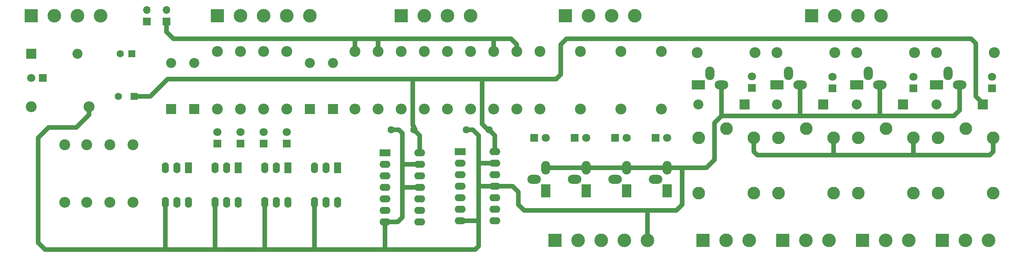
<source format=gbr>
G04 #@! TF.FileFunction,Copper,L1,Top,Signal*
%FSLAX46Y46*%
G04 Gerber Fmt 4.6, Leading zero omitted, Abs format (unit mm)*
G04 Created by KiCad (PCBNEW 4.0.5+dfsg1-4) date Sat Mar 27 15:32:13 2021*
%MOMM*%
%LPD*%
G01*
G04 APERTURE LIST*
%ADD10C,0.100000*%
%ADD11C,1.600000*%
%ADD12R,1.600000X1.600000*%
%ADD13R,2.200000X2.200000*%
%ADD14O,2.200000X2.200000*%
%ADD15R,1.800000X1.800000*%
%ADD16C,1.800000*%
%ADD17C,3.000000*%
%ADD18R,3.000000X3.000000*%
%ADD19R,1.700000X1.700000*%
%ADD20O,1.700000X1.700000*%
%ADD21C,2.800000*%
%ADD22O,2.000000X3.000000*%
%ADD23R,3.000000X2.000000*%
%ADD24O,3.000000X2.000000*%
%ADD25C,2.400000*%
%ADD26O,2.400000X2.400000*%
%ADD27R,1.600000X2.400000*%
%ADD28O,1.600000X2.400000*%
%ADD29R,2.400000X1.600000*%
%ADD30O,2.400000X1.600000*%
%ADD31R,2.000000X3.000000*%
%ADD32C,1.000000*%
G04 APERTURE END LIST*
D10*
D11*
X124714000Y-98044000D03*
X119714000Y-98044000D03*
X141224000Y-98044000D03*
X136224000Y-98044000D03*
D12*
X63246000Y-90678000D03*
D11*
X59746000Y-90678000D03*
D13*
X76454000Y-93472000D03*
D14*
X76454000Y-83312000D03*
D15*
X81534000Y-101092000D03*
D16*
X81534000Y-98552000D03*
D15*
X86614000Y-101092000D03*
D16*
X86614000Y-98552000D03*
D15*
X91694000Y-101092000D03*
D16*
X91694000Y-98552000D03*
D15*
X96774000Y-101092000D03*
D16*
X96774000Y-98552000D03*
D15*
X199009000Y-88773000D03*
D16*
X199009000Y-86233000D03*
D15*
X216662000Y-88900000D03*
D16*
X216662000Y-86360000D03*
D15*
X234442000Y-88900000D03*
D16*
X234442000Y-86360000D03*
D15*
X251714000Y-88900000D03*
D16*
X251714000Y-86360000D03*
D13*
X197358000Y-92456000D03*
D14*
X187198000Y-92456000D03*
D17*
X86614000Y-72898000D03*
X91694000Y-72898000D03*
D18*
X81534000Y-72898000D03*
D17*
X96774000Y-72898000D03*
X101854000Y-72898000D03*
X127000000Y-72898000D03*
X132080000Y-72898000D03*
D18*
X121920000Y-72898000D03*
D17*
X137160000Y-72898000D03*
X45720000Y-72898000D03*
X50800000Y-72898000D03*
D18*
X40640000Y-72898000D03*
D17*
X55880000Y-72898000D03*
X217170000Y-72898000D03*
X222250000Y-72898000D03*
D18*
X212090000Y-72898000D03*
D17*
X227330000Y-72898000D03*
X163068000Y-72898000D03*
X168148000Y-72898000D03*
D18*
X157988000Y-72898000D03*
D17*
X173228000Y-72898000D03*
D18*
X188214000Y-122428000D03*
D17*
X193294000Y-122428000D03*
X198374000Y-122428000D03*
D18*
X205740000Y-122428000D03*
D17*
X210820000Y-122428000D03*
X215900000Y-122428000D03*
D18*
X223266000Y-122428000D03*
D17*
X228346000Y-122428000D03*
X233426000Y-122428000D03*
D18*
X240792000Y-122428000D03*
D17*
X245872000Y-122428000D03*
X250952000Y-122428000D03*
X160782000Y-122428000D03*
X165862000Y-122428000D03*
D18*
X155702000Y-122428000D03*
D17*
X170942000Y-122428000D03*
X176022000Y-122428000D03*
D19*
X70358000Y-74168000D03*
D20*
X70358000Y-71628000D03*
D19*
X66040000Y-74168000D03*
D20*
X66040000Y-71628000D03*
D21*
X193421000Y-97790000D03*
X187325000Y-112014000D03*
X187325000Y-99822000D03*
X199390000Y-112014000D03*
X199390000Y-99822000D03*
X210947000Y-97790000D03*
X204851000Y-112014000D03*
X204851000Y-99822000D03*
X216916000Y-112014000D03*
X216916000Y-99822000D03*
X228473000Y-97790000D03*
X222377000Y-112014000D03*
X222377000Y-99822000D03*
X234442000Y-112014000D03*
X234442000Y-99822000D03*
X245999000Y-97790000D03*
X239903000Y-112014000D03*
X239903000Y-99822000D03*
X251968000Y-112014000D03*
X251968000Y-99822000D03*
D22*
X189738000Y-85598000D03*
D23*
X187198000Y-88138000D03*
D24*
X192278000Y-88138000D03*
D22*
X207010000Y-85598000D03*
D23*
X204470000Y-88138000D03*
D24*
X209550000Y-88138000D03*
D22*
X224536000Y-85598000D03*
D23*
X221996000Y-88138000D03*
D24*
X227076000Y-88138000D03*
D22*
X242062000Y-85598000D03*
D23*
X239522000Y-88138000D03*
D24*
X244602000Y-88138000D03*
D25*
X81534000Y-93472000D03*
D26*
X81534000Y-80772000D03*
D25*
X62992000Y-101346000D03*
D26*
X62992000Y-114046000D03*
D25*
X57912000Y-101346000D03*
D26*
X57912000Y-114046000D03*
D25*
X52832000Y-101346000D03*
D26*
X52832000Y-114046000D03*
D25*
X48006000Y-101346000D03*
D26*
X48006000Y-114046000D03*
D25*
X186944000Y-81026000D03*
D26*
X199644000Y-81026000D03*
D27*
X75184000Y-106426000D03*
D28*
X70104000Y-114046000D03*
X72644000Y-106426000D03*
X72644000Y-114046000D03*
X70104000Y-106426000D03*
X75184000Y-114046000D03*
D27*
X86106000Y-106426000D03*
D28*
X81026000Y-114046000D03*
X83566000Y-106426000D03*
X83566000Y-114046000D03*
X81026000Y-106426000D03*
X86106000Y-114046000D03*
D27*
X97028000Y-106426000D03*
D28*
X91948000Y-114046000D03*
X94488000Y-106426000D03*
X94488000Y-114046000D03*
X91948000Y-106426000D03*
X97028000Y-114046000D03*
D27*
X107950000Y-106426000D03*
D28*
X102870000Y-114046000D03*
X105410000Y-106426000D03*
X105410000Y-114046000D03*
X102870000Y-106426000D03*
X107950000Y-114046000D03*
D29*
X118364000Y-103124000D03*
D30*
X125984000Y-118364000D03*
X118364000Y-105664000D03*
X125984000Y-115824000D03*
X118364000Y-108204000D03*
X125984000Y-113284000D03*
X118364000Y-110744000D03*
X125984000Y-110744000D03*
X118364000Y-113284000D03*
X125984000Y-108204000D03*
X118364000Y-115824000D03*
X125984000Y-105664000D03*
X118364000Y-118364000D03*
X125984000Y-103124000D03*
D29*
X134874000Y-102870000D03*
D30*
X142494000Y-118110000D03*
X134874000Y-105410000D03*
X142494000Y-115570000D03*
X134874000Y-107950000D03*
X142494000Y-113030000D03*
X134874000Y-110490000D03*
X142494000Y-110490000D03*
X134874000Y-113030000D03*
X142494000Y-107950000D03*
X134874000Y-115570000D03*
X142494000Y-105410000D03*
X134874000Y-118110000D03*
X142494000Y-102870000D03*
D15*
X43180000Y-86614000D03*
D16*
X40640000Y-86614000D03*
D25*
X137160000Y-80772000D03*
D26*
X137160000Y-93472000D03*
D12*
X62738000Y-81280000D03*
D11*
X60238000Y-81280000D03*
D13*
X71374000Y-93472000D03*
D14*
X71374000Y-83312000D03*
D13*
X106934000Y-93472000D03*
D14*
X106934000Y-83312000D03*
D13*
X101854000Y-93472000D03*
D14*
X101854000Y-83312000D03*
D13*
X40640000Y-81280000D03*
D14*
X50800000Y-81280000D03*
D25*
X86614000Y-93472000D03*
D26*
X86614000Y-80772000D03*
D25*
X91694000Y-93472000D03*
D26*
X91694000Y-80772000D03*
D25*
X96774000Y-93472000D03*
D26*
X96774000Y-80772000D03*
D25*
X40640000Y-92964000D03*
D26*
X53340000Y-92964000D03*
D13*
X214630000Y-92456000D03*
D14*
X204470000Y-92456000D03*
D13*
X232156000Y-92456000D03*
D14*
X221996000Y-92456000D03*
D13*
X249682000Y-92456000D03*
D14*
X239522000Y-92456000D03*
D24*
X151130000Y-108966000D03*
D31*
X153670000Y-111506000D03*
D22*
X153670000Y-106426000D03*
D24*
X160020000Y-108966000D03*
D31*
X162560000Y-111506000D03*
D22*
X162560000Y-106426000D03*
D24*
X168910000Y-108966000D03*
D31*
X171450000Y-111506000D03*
D22*
X171450000Y-106426000D03*
D24*
X177800000Y-108966000D03*
D31*
X180340000Y-111506000D03*
D22*
X180340000Y-106426000D03*
D15*
X151130000Y-99822000D03*
D16*
X153670000Y-99822000D03*
D15*
X160020000Y-99822000D03*
D16*
X162560000Y-99822000D03*
D15*
X168910000Y-99822000D03*
D16*
X171450000Y-99822000D03*
D15*
X177800000Y-99822000D03*
D16*
X180340000Y-99822000D03*
D25*
X116840000Y-80772000D03*
D26*
X116840000Y-93472000D03*
D25*
X111760000Y-80772000D03*
D26*
X111760000Y-93472000D03*
D25*
X147320000Y-80772000D03*
D26*
X147320000Y-93472000D03*
D25*
X142240000Y-80772000D03*
D26*
X142240000Y-93472000D03*
D25*
X204470000Y-81026000D03*
D26*
X217170000Y-81026000D03*
D25*
X221996000Y-81026000D03*
D26*
X234696000Y-81026000D03*
D25*
X239522000Y-81026000D03*
D26*
X252222000Y-81026000D03*
D25*
X152400000Y-80772000D03*
D26*
X152400000Y-93472000D03*
D25*
X161290000Y-80772000D03*
D26*
X161290000Y-93472000D03*
D25*
X170180000Y-80772000D03*
D26*
X170180000Y-93472000D03*
D25*
X121920000Y-80772000D03*
D26*
X121920000Y-93472000D03*
D25*
X127000000Y-80772000D03*
D26*
X127000000Y-93472000D03*
D25*
X132080000Y-80772000D03*
D26*
X132080000Y-93472000D03*
D25*
X179070000Y-80772000D03*
D26*
X179070000Y-93472000D03*
D32*
X141224000Y-98044000D02*
X140970000Y-98044000D01*
X140970000Y-98044000D02*
X139700000Y-96774000D01*
X139700000Y-96774000D02*
X139700000Y-94996000D01*
X125984000Y-103124000D02*
X125984000Y-99314000D01*
X125984000Y-99314000D02*
X124714000Y-98044000D01*
X142494000Y-102870000D02*
X142494000Y-99314000D01*
X142494000Y-99314000D02*
X141224000Y-98044000D01*
X124460000Y-96012000D02*
X124460000Y-97028000D01*
X124460000Y-97028000D02*
X124714000Y-97282000D01*
X124460000Y-86868000D02*
X124460000Y-96012000D01*
X249682000Y-92456000D02*
X249682000Y-92202000D01*
X249682000Y-92202000D02*
X248158000Y-90678000D01*
X155956000Y-86868000D02*
X139700000Y-86868000D01*
X156972000Y-85852000D02*
X155956000Y-86868000D01*
X156972000Y-84582000D02*
X156972000Y-85852000D01*
X156972000Y-79248000D02*
X156972000Y-84582000D01*
X158242000Y-77978000D02*
X156972000Y-79248000D01*
X247142000Y-77978000D02*
X158242000Y-77978000D01*
X248158000Y-78994000D02*
X247142000Y-77978000D01*
X248158000Y-90678000D02*
X248158000Y-78994000D01*
X139700000Y-86868000D02*
X124460000Y-86868000D01*
X139700000Y-94996000D02*
X139700000Y-86868000D01*
X63246000Y-90678000D02*
X66802000Y-90678000D01*
X70612000Y-86868000D02*
X124460000Y-86868000D01*
X66802000Y-90678000D02*
X70612000Y-86868000D01*
X216916000Y-99822000D02*
X216916000Y-103632000D01*
X234442000Y-99822000D02*
X234442000Y-103632000D01*
X199390000Y-99822000D02*
X199390000Y-102870000D01*
X200152000Y-103632000D02*
X216916000Y-103632000D01*
X216916000Y-103632000D02*
X234442000Y-103632000D01*
X199390000Y-102870000D02*
X200152000Y-103632000D01*
X234442000Y-103632000D02*
X251206000Y-103632000D01*
X251206000Y-103632000D02*
X251968000Y-102870000D01*
X251968000Y-102870000D02*
X251968000Y-99822000D01*
X134874000Y-118110000D02*
X138938000Y-118110000D01*
X138938000Y-117094000D02*
X138938000Y-118110000D01*
X138938000Y-118110000D02*
X138938000Y-123698000D01*
X134620000Y-124460000D02*
X118364000Y-124460000D01*
X138938000Y-123698000D02*
X138176000Y-124460000D01*
X138176000Y-124460000D02*
X134620000Y-124460000D01*
X142494000Y-110490000D02*
X146431000Y-110490000D01*
X147701000Y-114554000D02*
X148971000Y-115824000D01*
X147701000Y-111760000D02*
X147701000Y-114554000D01*
X146431000Y-110490000D02*
X147701000Y-111760000D01*
X180340000Y-106426000D02*
X171450000Y-106426000D01*
X171450000Y-106426000D02*
X162560000Y-106426000D01*
X162560000Y-106426000D02*
X153670000Y-106426000D01*
X53340000Y-92964000D02*
X53340000Y-94742000D01*
X43688000Y-124460000D02*
X70104000Y-124460000D01*
X42164000Y-122936000D02*
X43688000Y-124460000D01*
X42164000Y-99822000D02*
X42164000Y-122936000D01*
X44450000Y-97536000D02*
X42164000Y-99822000D01*
X50546000Y-97536000D02*
X44450000Y-97536000D01*
X53340000Y-94742000D02*
X50546000Y-97536000D01*
X102870000Y-114046000D02*
X102870000Y-124460000D01*
X182372000Y-115824000D02*
X183642000Y-114554000D01*
X176022000Y-122428000D02*
X176022000Y-115824000D01*
X182372000Y-115824000D02*
X176022000Y-115824000D01*
X176022000Y-115824000D02*
X148971000Y-115824000D01*
X118364000Y-118364000D02*
X118364000Y-124460000D01*
X118364000Y-124460000D02*
X102870000Y-124460000D01*
X102870000Y-124460000D02*
X91948000Y-124460000D01*
X81026000Y-114046000D02*
X81026000Y-124460000D01*
X91948000Y-114046000D02*
X91948000Y-124460000D01*
X70104000Y-124460000D02*
X70104000Y-114046000D01*
X91948000Y-124460000D02*
X81026000Y-124460000D01*
X81026000Y-124460000D02*
X70104000Y-124460000D01*
X142494000Y-105410000D02*
X138938000Y-105410000D01*
X142494000Y-110490000D02*
X138938000Y-110490000D01*
X125984000Y-110744000D02*
X122174000Y-110744000D01*
X125984000Y-105664000D02*
X122428000Y-105664000D01*
X122428000Y-105664000D02*
X122174000Y-105918000D01*
X137668000Y-98044000D02*
X136224000Y-98044000D01*
X138938000Y-99314000D02*
X137668000Y-98044000D01*
X138938000Y-117094000D02*
X138938000Y-110490000D01*
X138938000Y-110490000D02*
X138938000Y-105410000D01*
X138938000Y-105410000D02*
X138938000Y-99314000D01*
X118364000Y-118364000D02*
X121158000Y-118364000D01*
X121412000Y-98044000D02*
X119714000Y-98044000D01*
X122174000Y-98806000D02*
X121412000Y-98044000D01*
X122174000Y-117348000D02*
X122174000Y-110744000D01*
X122174000Y-110744000D02*
X122174000Y-105918000D01*
X122174000Y-105918000D02*
X122174000Y-98806000D01*
X121158000Y-118364000D02*
X122174000Y-117348000D01*
X183642000Y-114554000D02*
X183642000Y-106426000D01*
X180340000Y-106426000D02*
X183642000Y-106426000D01*
X183642000Y-106426000D02*
X188976000Y-106426000D01*
X190754000Y-96520000D02*
X192278000Y-94996000D01*
X190754000Y-104648000D02*
X190754000Y-96520000D01*
X188976000Y-106426000D02*
X190754000Y-104648000D01*
X227076000Y-88138000D02*
X227076000Y-94996000D01*
X209550000Y-88138000D02*
X209550000Y-94996000D01*
X244602000Y-88138000D02*
X244602000Y-93726000D01*
X192278000Y-94996000D02*
X192278000Y-88138000D01*
X243332000Y-94996000D02*
X227076000Y-94996000D01*
X227076000Y-94996000D02*
X209550000Y-94996000D01*
X209550000Y-94996000D02*
X192278000Y-94996000D01*
X244602000Y-93726000D02*
X243332000Y-94996000D01*
X111760000Y-80772000D02*
X111760000Y-77978000D01*
X116840000Y-80772000D02*
X116840000Y-77978000D01*
X142240000Y-80772000D02*
X142240000Y-77978000D01*
X70358000Y-74168000D02*
X70358000Y-76454000D01*
X147320000Y-79248000D02*
X147320000Y-80772000D01*
X146050000Y-77978000D02*
X147320000Y-79248000D01*
X71882000Y-77978000D02*
X111760000Y-77978000D01*
X111760000Y-77978000D02*
X116840000Y-77978000D01*
X116840000Y-77978000D02*
X142240000Y-77978000D01*
X142240000Y-77978000D02*
X146050000Y-77978000D01*
X70358000Y-76454000D02*
X71882000Y-77978000D01*
M02*

</source>
